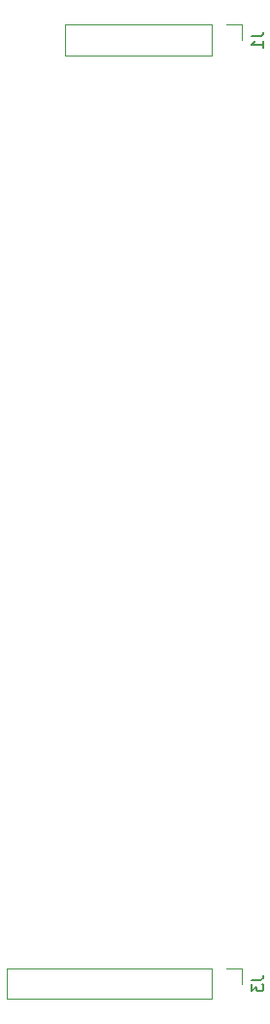
<source format=gbo>
%TF.GenerationSoftware,KiCad,Pcbnew,(6.0.1)*%
%TF.CreationDate,2022-10-17T20:57:48-04:00*%
%TF.ProjectId,SYNTH-VCA2-01,53594e54-482d-4564-9341-322d30312e6b,rev?*%
%TF.SameCoordinates,Original*%
%TF.FileFunction,Legend,Bot*%
%TF.FilePolarity,Positive*%
%FSLAX46Y46*%
G04 Gerber Fmt 4.6, Leading zero omitted, Abs format (unit mm)*
G04 Created by KiCad (PCBNEW (6.0.1)) date 2022-10-17 20:57:48*
%MOMM*%
%LPD*%
G01*
G04 APERTURE LIST*
%ADD10C,0.150000*%
%ADD11C,0.120000*%
G04 APERTURE END LIST*
D10*
%TO.C,J3*%
X56222380Y-119666666D02*
X56936666Y-119666666D01*
X57079523Y-119619047D01*
X57174761Y-119523809D01*
X57222380Y-119380952D01*
X57222380Y-119285714D01*
X56222380Y-120047619D02*
X56222380Y-120666666D01*
X56603333Y-120333333D01*
X56603333Y-120476190D01*
X56650952Y-120571428D01*
X56698571Y-120619047D01*
X56793809Y-120666666D01*
X57031904Y-120666666D01*
X57127142Y-120619047D01*
X57174761Y-120571428D01*
X57222380Y-120476190D01*
X57222380Y-120190476D01*
X57174761Y-120095238D01*
X57127142Y-120047619D01*
%TO.C,J1*%
X56222380Y-37666666D02*
X56936666Y-37666666D01*
X57079523Y-37619047D01*
X57174761Y-37523809D01*
X57222380Y-37380952D01*
X57222380Y-37285714D01*
X57222380Y-38666666D02*
X57222380Y-38095238D01*
X57222380Y-38380952D02*
X56222380Y-38380952D01*
X56365238Y-38285714D01*
X56460476Y-38190476D01*
X56508095Y-38095238D01*
D11*
%TO.C,J3*%
X55330000Y-120000000D02*
X55330000Y-118670000D01*
X34890000Y-121330000D02*
X34890000Y-118670000D01*
X52730000Y-121330000D02*
X34890000Y-121330000D01*
X52730000Y-118670000D02*
X34890000Y-118670000D01*
X52730000Y-121330000D02*
X52730000Y-118670000D01*
X55330000Y-118670000D02*
X54000000Y-118670000D01*
%TO.C,J1*%
X52730000Y-36670000D02*
X39970000Y-36670000D01*
X52730000Y-39330000D02*
X52730000Y-36670000D01*
X55330000Y-38000000D02*
X55330000Y-36670000D01*
X55330000Y-36670000D02*
X54000000Y-36670000D01*
X52730000Y-39330000D02*
X39970000Y-39330000D01*
X39970000Y-39330000D02*
X39970000Y-36670000D01*
%TD*%
M02*

</source>
